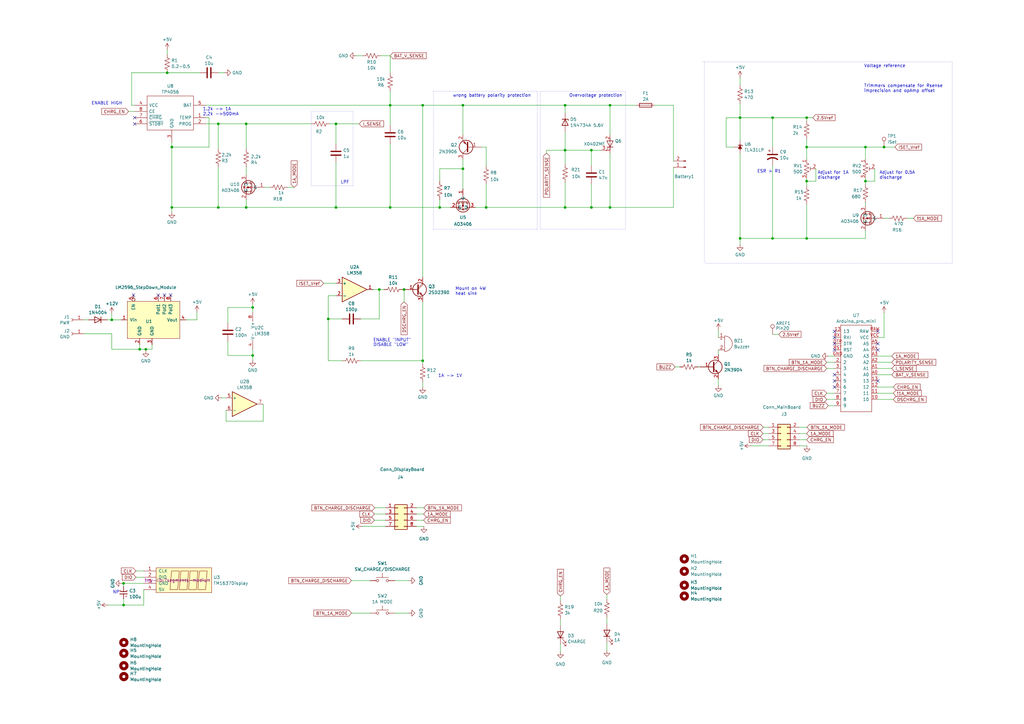
<source format=kicad_sch>
(kicad_sch (version 20230121) (generator eeschema)
  (paper "A3")
  (junction (at 89.535 85.09))
  (junction (at 199.39 85.09))
  (junction (at 250.19 85.09))
  (junction (at 242.57 61.595))
  (junction (at 45.847 131.191))
  (junction (at 316.865 48.26))
  (junction (at 231.775 85.09))
  (junction (at 100.965 85.09))
  (junction (at 50.673 239.268))
  (junction (at 362.585 60.325))
  (junction (at 137.795 85.09))
  (junction (at 303.53 97.79))
  (junction (at 231.775 43.18))
  (junction (at 354.965 74.295))
  (junction (at 242.57 85.09))
  (junction (at 89.535 50.8))
  (junction (at 137.795 50.8))
  (junction (at 173.355 43.18))
  (junction (at 68.58 29.845))
  (junction (at 103.632 145.796))
  (junction (at 250.19 43.18))
  (junction (at 189.865 69.215))
  (junction (at 165.735 118.745))
  (junction (at 57.277 143.256))
  (junction (at 160.02 43.18))
  (junction (at 160.02 85.09))
  (junction (at 134.62 130.81))
  (junction (at 100.965 50.8))
  (junction (at 354.965 60.325))
  (junction (at 59.817 143.256))
  (junction (at 70.485 60.325))
  (junction (at 316.865 97.79))
  (junction (at 173.355 147.955))
  (junction (at 330.835 48.26))
  (junction (at 180.34 85.09))
  (junction (at 303.53 48.26))
  (junction (at 70.485 85.09))
  (junction (at 103.632 126.111))
  (junction (at 231.775 61.595))
  (junction (at 50.673 248.158))
  (junction (at 330.835 97.79))
  (junction (at 330.835 60.325))
  (junction (at 330.835 74.295))
  (junction (at 189.865 43.18))
  (junction (at 155.575 118.745))
  (no_connect (at 342.265 153.67))
  (no_connect (at 55.245 50.8))
  (no_connect (at 360.045 143.51))
  (no_connect (at 55.245 48.26))
  (no_connect (at 54.737 121.031))
  (no_connect (at 360.045 156.21))
  (no_connect (at 342.265 138.43))
  (no_connect (at 342.265 158.75))
  (no_connect (at 64.897 121.031))
  (no_connect (at 360.045 140.97))
  (no_connect (at 342.265 143.51))
  (no_connect (at 69.977 121.031))
  (no_connect (at 342.265 156.21))
  (no_connect (at 342.265 140.97))
  (no_connect (at 67.437 121.031))
  (no_connect (at 360.045 135.89))
  (no_connect (at 342.265 135.89))
  (wire (pts (xy 358.775 74.295) (xy 354.965 74.295)))
  (polyline (pts (xy 220.345 93.98) (xy 220.345 37.465)) (stroke (width 0) (type dot)))
  (wire (pts (xy 297.815 60.325) (xy 297.815 48.26)))
  (polyline (pts (xy 177.8 37.465) (xy 177.8 93.98)) (stroke (width 0) (type dot)))
  (wire (pts (xy 242.57 61.595) (xy 242.57 67.945)))
  (wire (pts (xy 80.772 128.016) (xy 80.772 131.191)))
  (wire (pts (xy 199.39 60.325) (xy 197.485 60.325)))
  (wire (pts (xy 45.847 131.191) (xy 43.942 131.191)))
  (wire (pts (xy 45.847 143.256) (xy 57.277 143.256)))
  (wire (pts (xy 189.865 43.18) (xy 231.775 43.18)))
  (wire (pts (xy 45.847 131.191) (xy 49.657 131.191)))
  (wire (pts (xy 155.575 118.745) (xy 155.575 130.81)))
  (wire (pts (xy 103.632 126.111) (xy 93.472 126.111)))
  (wire (pts (xy 365.76 146.05) (xy 360.045 146.05)))
  (wire (pts (xy 362.585 60.325) (xy 367.03 60.325)))
  (wire (pts (xy 93.472 140.081) (xy 93.472 145.796)))
  (wire (pts (xy 276.225 43.18) (xy 276.225 66.04)))
  (wire (pts (xy 313.055 175.26) (xy 315.214 175.26)))
  (wire (pts (xy 100.965 68.58) (xy 100.965 71.755)))
  (wire (pts (xy 231.775 43.18) (xy 250.19 43.18)))
  (wire (pts (xy 50.673 245.618) (xy 50.673 248.158)))
  (wire (pts (xy 70.485 58.42) (xy 70.485 60.325)))
  (wire (pts (xy 57.277 143.256) (xy 59.817 143.256)))
  (wire (pts (xy 165.735 123.825) (xy 165.735 118.745)))
  (wire (pts (xy 316.865 67.945) (xy 316.865 97.79)))
  (wire (pts (xy 165.1 118.745) (xy 165.735 118.745)))
  (wire (pts (xy 90.805 163.195) (xy 92.71 163.195)))
  (wire (pts (xy 330.835 97.79) (xy 354.965 97.79)))
  (wire (pts (xy 180.34 85.09) (xy 184.785 85.09)))
  (wire (pts (xy 50.673 239.268) (xy 58.928 239.268)))
  (wire (pts (xy 44.323 248.158) (xy 50.673 248.158)))
  (wire (pts (xy 300.99 60.325) (xy 297.815 60.325)))
  (wire (pts (xy 89.535 68.58) (xy 89.535 85.09)))
  (wire (pts (xy 144.145 251.46) (xy 151.765 251.46)))
  (wire (pts (xy 93.472 126.111) (xy 93.472 132.461)))
  (wire (pts (xy 180.34 85.09) (xy 180.34 81.915)))
  (wire (pts (xy 68.58 29.845) (xy 81.915 29.845)))
  (wire (pts (xy 229.87 254) (xy 229.87 256.54)))
  (wire (pts (xy 100.965 85.09) (xy 137.795 85.09)))
  (wire (pts (xy 160.02 59.055) (xy 160.02 85.09)))
  (wire (pts (xy 248.92 243.84) (xy 248.92 245.745)))
  (wire (pts (xy 34.417 136.906) (xy 45.847 136.906)))
  (wire (pts (xy 137.795 50.8) (xy 147.32 50.8)))
  (polyline (pts (xy 177.8 93.98) (xy 220.345 93.98)) (stroke (width 0) (type dot)))
  (wire (pts (xy 156.21 22.86) (xy 160.02 22.86)))
  (wire (pts (xy 354.965 83.185) (xy 354.965 84.455)))
  (wire (pts (xy 242.57 85.09) (xy 250.19 85.09)))
  (wire (pts (xy 53.975 29.845) (xy 68.58 29.845)))
  (wire (pts (xy 100.965 50.8) (xy 127.635 50.8)))
  (wire (pts (xy 137.795 59.055) (xy 137.795 50.8)))
  (wire (pts (xy 89.535 50.8) (xy 100.965 50.8)))
  (wire (pts (xy 339.09 163.83) (xy 342.265 163.83)))
  (wire (pts (xy 173.355 123.825) (xy 173.355 147.955)))
  (polyline (pts (xy 288.925 25.4) (xy 288.925 107.95)) (stroke (width 0) (type dot)))
  (wire (pts (xy 360.045 153.67) (xy 365.76 153.67)))
  (wire (pts (xy 89.535 85.09) (xy 100.965 85.09)))
  (wire (pts (xy 55.753 236.728) (xy 58.928 236.728)))
  (wire (pts (xy 180.34 69.215) (xy 180.34 74.295)))
  (wire (pts (xy 358.775 69.215) (xy 358.775 74.295)))
  (wire (pts (xy 45.847 128.651) (xy 45.847 131.191)))
  (wire (pts (xy 316.865 97.79) (xy 330.835 97.79)))
  (wire (pts (xy 144.145 238.125) (xy 151.765 238.125)))
  (wire (pts (xy 199.39 60.325) (xy 199.39 67.945)))
  (wire (pts (xy 303.53 62.865) (xy 303.53 97.79)))
  (wire (pts (xy 231.775 43.18) (xy 231.775 46.355)))
  (wire (pts (xy 147.955 147.955) (xy 173.355 147.955)))
  (wire (pts (xy 36.322 131.191) (xy 34.417 131.191)))
  (wire (pts (xy 93.472 145.796) (xy 103.632 145.796)))
  (wire (pts (xy 55.753 234.188) (xy 58.928 234.188)))
  (wire (pts (xy 155.575 118.745) (xy 157.48 118.745)))
  (wire (pts (xy 53.975 43.18) (xy 55.245 43.18)))
  (wire (pts (xy 330.962 182.88) (xy 327.914 182.88)))
  (wire (pts (xy 294.64 135.255) (xy 294.64 138.43)))
  (wire (pts (xy 160.02 29.845) (xy 160.02 22.86)))
  (wire (pts (xy 268.605 43.18) (xy 276.225 43.18)))
  (wire (pts (xy 137.795 50.8) (xy 135.255 50.8)))
  (wire (pts (xy 339.09 151.13) (xy 342.265 151.13)))
  (wire (pts (xy 303.53 48.26) (xy 316.865 48.26)))
  (wire (pts (xy 173.863 215.9) (xy 170.815 215.9)))
  (wire (pts (xy 330.835 57.15) (xy 330.835 60.325)))
  (wire (pts (xy 362.585 128.27) (xy 362.585 138.43)))
  (wire (pts (xy 248.92 253.365) (xy 248.92 255.905)))
  (wire (pts (xy 137.795 85.09) (xy 160.02 85.09)))
  (wire (pts (xy 248.92 263.525) (xy 248.92 266.7)))
  (wire (pts (xy 250.19 85.09) (xy 276.225 85.09)))
  (wire (pts (xy 173.355 113.665) (xy 173.355 43.18)))
  (wire (pts (xy 330.835 73.025) (xy 330.835 74.295)))
  (wire (pts (xy 316.865 60.325) (xy 316.865 48.26)))
  (wire (pts (xy 100.965 81.915) (xy 100.965 85.09)))
  (wire (pts (xy 173.355 156.845) (xy 173.355 158.75)))
  (wire (pts (xy 354.965 60.325) (xy 362.585 60.325)))
  (wire (pts (xy 297.815 48.26) (xy 303.53 48.26)))
  (wire (pts (xy 307.975 182.88) (xy 315.214 182.88)))
  (wire (pts (xy 50.673 239.268) (xy 50.673 240.538)))
  (wire (pts (xy 354.965 94.615) (xy 354.965 97.79)))
  (wire (pts (xy 57.277 141.351) (xy 57.277 143.256)))
  (wire (pts (xy 85.725 48.26) (xy 85.725 60.325)))
  (wire (pts (xy 153.035 118.745) (xy 155.575 118.745)))
  (wire (pts (xy 173.355 43.18) (xy 189.865 43.18)))
  (wire (pts (xy 147.955 130.81) (xy 155.575 130.81)))
  (wire (pts (xy 170.815 213.36) (xy 173.736 213.36)))
  (wire (pts (xy 50.673 248.158) (xy 58.928 248.158)))
  (wire (pts (xy 339.725 166.37) (xy 342.265 166.37)))
  (wire (pts (xy 334.645 74.295) (xy 330.835 74.295)))
  (wire (pts (xy 45.847 136.906) (xy 45.847 143.256)))
  (wire (pts (xy 173.355 149.225) (xy 173.355 147.955)))
  (wire (pts (xy 134.62 147.955) (xy 134.62 130.81)))
  (wire (pts (xy 161.925 238.125) (xy 167.64 238.125)))
  (wire (pts (xy 354.965 60.325) (xy 354.965 65.405)))
  (wire (pts (xy 327.914 177.8) (xy 330.835 177.8)))
  (wire (pts (xy 189.865 43.18) (xy 189.865 55.245)))
  (wire (pts (xy 312.928 180.34) (xy 315.214 180.34)))
  (wire (pts (xy 250.19 62.865) (xy 250.19 85.09)))
  (wire (pts (xy 366.395 161.29) (xy 360.045 161.29)))
  (wire (pts (xy 354.965 73.025) (xy 354.965 74.295)))
  (polyline (pts (xy 288.29 25.4) (xy 390.525 25.4)) (stroke (width 0) (type dot)))
  (wire (pts (xy 294.64 143.51) (xy 294.64 145.415)))
  (wire (pts (xy 62.357 143.256) (xy 62.357 141.351)))
  (wire (pts (xy 194.945 85.09) (xy 199.39 85.09)))
  (wire (pts (xy 330.835 74.295) (xy 330.835 76.2)))
  (wire (pts (xy 360.045 151.13) (xy 365.76 151.13)))
  (wire (pts (xy 84.455 50.8) (xy 89.535 50.8)))
  (wire (pts (xy 374.65 89.535) (xy 372.11 89.535)))
  (wire (pts (xy 89.535 60.96) (xy 89.535 50.8)))
  (wire (pts (xy 229.87 244.475) (xy 229.87 246.38)))
  (wire (pts (xy 85.725 60.325) (xy 70.485 60.325)))
  (wire (pts (xy 330.835 48.26) (xy 330.835 49.53)))
  (wire (pts (xy 59.817 143.256) (xy 62.357 143.256)))
  (wire (pts (xy 103.632 124.841) (xy 103.632 126.111)))
  (wire (pts (xy 242.57 61.595) (xy 231.775 61.595)))
  (wire (pts (xy 100.965 60.96) (xy 100.965 50.8)))
  (wire (pts (xy 303.53 97.79) (xy 316.865 97.79)))
  (wire (pts (xy 199.39 85.09) (xy 231.775 85.09)))
  (wire (pts (xy 354.965 74.295) (xy 354.965 75.565)))
  (wire (pts (xy 92.71 168.275) (xy 92.71 172.72)))
  (wire (pts (xy 294.64 158.115) (xy 294.64 155.575)))
  (wire (pts (xy 242.57 75.565) (xy 242.57 85.09)))
  (wire (pts (xy 53.975 29.845) (xy 53.975 43.18)))
  (wire (pts (xy 84.455 48.26) (xy 85.725 48.26)))
  (wire (pts (xy 137.795 121.285) (xy 134.62 121.285)))
  (wire (pts (xy 224.155 61.595) (xy 231.775 61.595)))
  (wire (pts (xy 103.632 128.016) (xy 103.632 126.111)))
  (wire (pts (xy 70.485 60.325) (xy 70.485 85.09)))
  (wire (pts (xy 316.865 48.26) (xy 330.835 48.26)))
  (wire (pts (xy 153.543 210.82) (xy 158.115 210.82)))
  (wire (pts (xy 276.225 68.58) (xy 276.225 85.09)))
  (wire (pts (xy 303.53 31.75) (xy 303.53 34.925)))
  (wire (pts (xy 148.59 22.86) (xy 146.05 22.86)))
  (wire (pts (xy 160.02 37.465) (xy 160.02 43.18)))
  (wire (pts (xy 103.632 145.796) (xy 103.632 147.701)))
  (wire (pts (xy 160.02 85.09) (xy 180.34 85.09)))
  (wire (pts (xy 68.58 20.32) (xy 68.58 22.225)))
  (wire (pts (xy 334.645 69.215) (xy 334.645 74.295)))
  (wire (pts (xy 360.045 158.75) (xy 366.395 158.75)))
  (wire (pts (xy 286.385 150.495) (xy 287.02 150.495)))
  (wire (pts (xy 231.775 74.93) (xy 231.775 85.09)))
  (wire (pts (xy 170.815 210.82) (xy 173.736 210.82)))
  (wire (pts (xy 339.09 148.59) (xy 342.265 148.59)))
  (wire (pts (xy 107.95 165.735) (xy 107.95 172.72)))
  (wire (pts (xy 120.65 76.835) (xy 118.11 76.835)))
  (wire (pts (xy 330.962 175.26) (xy 327.914 175.26)))
  (wire (pts (xy 189.865 69.215) (xy 189.865 77.47)))
  (wire (pts (xy 180.34 69.215) (xy 189.865 69.215)))
  (wire (pts (xy 84.455 43.18) (xy 160.02 43.18)))
  (wire (pts (xy 224.155 62.865) (xy 224.155 61.595)))
  (wire (pts (xy 250.19 43.18) (xy 260.985 43.18)))
  (wire (pts (xy 316.865 137.16) (xy 319.405 137.16)))
  (wire (pts (xy 312.928 177.8) (xy 315.214 177.8)))
  (wire (pts (xy 160.02 43.18) (xy 173.355 43.18)))
  (wire (pts (xy 160.02 43.18) (xy 160.02 51.435)))
  (wire (pts (xy 360.045 138.43) (xy 362.585 138.43)))
  (wire (pts (xy 276.86 150.495) (xy 278.765 150.495)))
  (wire (pts (xy 153.67 208.28) (xy 158.115 208.28)))
  (wire (pts (xy 70.485 85.09) (xy 89.535 85.09)))
  (wire (pts (xy 189.865 69.215) (xy 189.865 65.405)))
  (wire (pts (xy 148.59 215.9) (xy 158.115 215.9)))
  (wire (pts (xy 199.39 75.565) (xy 199.39 85.09)))
  (wire (pts (xy 360.045 163.83) (xy 366.395 163.83)))
  (wire (pts (xy 161.925 251.46) (xy 167.64 251.46)))
  (wire (pts (xy 80.772 131.191) (xy 76.327 131.191)))
  (wire (pts (xy 362.585 89.535) (xy 364.49 89.535)))
  (wire (pts (xy 250.19 43.18) (xy 250.19 55.245)))
  (wire (pts (xy 330.835 48.26) (xy 333.375 48.26)))
  (wire (pts (xy 231.775 53.975) (xy 231.775 61.595)))
  (wire (pts (xy 107.95 172.72) (xy 92.71 172.72)))
  (polyline (pts (xy 390.525 107.95) (xy 288.925 107.95)) (stroke (width 0) (type dot)))
  (wire (pts (xy 140.335 147.955) (xy 134.62 147.955)))
  (wire (pts (xy 330.835 60.325) (xy 330.835 65.405)))
  (wire (pts (xy 89.535 29.845) (xy 92.075 29.845)))
  (polyline (pts (xy 177.8 37.465) (xy 220.345 37.465)) (stroke (width 0) (type dot)))
  (wire (pts (xy 330.835 83.82) (xy 330.835 97.79)))
  (wire (pts (xy 303.53 97.79) (xy 303.53 100.33)))
  (wire (pts (xy 52.705 45.72) (xy 55.245 45.72)))
  (wire (pts (xy 103.632 145.796) (xy 103.632 143.256)))
  (wire (pts (xy 303.53 48.26) (xy 303.53 57.785)))
  (wire (pts (xy 327.914 180.34) (xy 330.835 180.34)))
  (wire (pts (xy 132.715 116.205) (xy 137.795 116.205)))
  (wire (pts (xy 134.62 121.285) (xy 134.62 130.81)))
  (wire (pts (xy 70.485 85.09) (xy 70.485 86.995)))
  (wire (pts (xy 339.09 161.29) (xy 342.265 161.29)))
  (wire (pts (xy 59.817 143.256) (xy 59.817 143.891)))
  (wire (pts (xy 229.87 264.16) (xy 229.87 267.335)))
  (wire (pts (xy 303.53 42.545) (xy 303.53 48.26)))
  (wire (pts (xy 134.62 130.81) (xy 140.335 130.81)))
  (wire (pts (xy 231.775 61.595) (xy 231.775 67.31)))
  (wire (pts (xy 339.725 146.05) (xy 342.265 146.05)))
  (wire (pts (xy 108.585 76.835) (xy 110.49 76.835)))
  (wire (pts (xy 231.775 85.09) (xy 242.57 85.09)))
  (wire (pts (xy 58.928 248.158) (xy 58.928 241.808)))
  (wire (pts (xy 246.38 61.595) (xy 242.57 61.595)))
  (wire (pts (xy 360.045 148.59) (xy 365.76 148.59)))
  (wire (pts (xy 50.038 239.268) (xy 50.673 239.268)))
  (wire (pts (xy 330.835 60.325) (xy 354.965 60.325)))
  (wire (pts (xy 173.863 208.28) (xy 170.815 208.28)))
  (wire (pts (xy 137.795 66.675) (xy 137.795 85.09)))
  (wire (pts (xy 153.543 213.36) (xy 158.115 213.36)))
  (polyline (pts (xy 390.525 25.4) (xy 390.525 107.95)) (stroke (width 0) (type dot)))
  (rectangle (start 221.615 37.465) (end 256.54 93.98) (stroke (width 0) (type dot)))
  (rectangle (start 127.635 45.72) (end 144.78 76.2) (stroke (width 0) (type dot)))
  (text "ESR > R1\n" (at 310.515 71.12 0) (effects (font (size 1.27 1.27)) (justify left bottom)))
  (text "Voltage reference\n\n\n\nTrimmers compensate for Rsense\nimprecision and opAmp offset\n" (at 354.33 38.1 0) (effects (font (size 1.27 1.27)) (justify left bottom)))
  (text "Overvoltage protection" (at 255.27 40.005 0) (effects (font (size 1.27 1.27)) (justify right bottom)))
  (text "Adjust for 0.5A\ndischarge\n" (at 360.68 73.66 0) (effects (font (size 1.27 1.27)) (justify left bottom)))
  (text "Mount on 4W\nheat sink\n" (at 186.69 121.285 0) (effects (font (size 1.27 1.27)) (justify left bottom)))
  (text "LPF" (at 139.7 75.565 0) (effects (font (size 1.27 1.27)) (justify left bottom)))
  (text "ENABLE \"INPUT\"\n" (at 153.035 140.335 0) (effects (font (size 1.27 1.27)) (justify left bottom)))
  (text "DISABLE \"LOW\"\n" (at 153.035 142.24 0) (effects (font (size 1.27 1.27)) (justify left bottom)))
  (text "Adjust for 1A\ndischarge\n" (at 335.28 73.66 0) (effects (font (size 1.27 1.27)) (justify left bottom)))
  (text "ENABLE HIGH\n" (at 37.465 43.18 0) (effects (font (size 1.27 1.27)) (justify left bottom)))
  (text "NP" (at 46.228 243.713 0) (effects (font (size 1.27 1.27)) (justify left bottom)))
  (text "1A -> 1V" (at 179.705 154.94 0) (effects (font (size 1.27 1.27)) (justify left bottom)))
  (text "1.2k -> 1A\n2.2k ->500mA" (at 83.185 47.625 0) (effects (font (size 1.27 1.27)) (justify left bottom)))
  (text "wrong battery polarity protection" (at 217.805 40.005 0) (effects (font (size 1.27 1.27)) (justify right bottom)))
  (global_label "CHRG_EN" (shape input) (at 229.87 244.475 90) (property "Intersheetrefs" "${INTERSHEET_REFS}" (effects hide)))
  (global_label "BUZZ" (shape input) (at 276.86 150.495 180) (property "Intersheetrefs" "${INTERSHEET_REFS}" (effects hide)))
  (global_label "I_SENSE" (shape input) (at 365.76 151.13 0) (property "Intersheetrefs" "${INTERSHEET_REFS}" (effects hide)))
  (global_label "BTN_CHARGE_DISCHARGE" (shape input) (at 339.09 151.13 180) (property "Intersheetrefs" "${INTERSHEET_REFS}" (effects hide)))
  (global_label "BTN_1A_MODE" (shape input) (at 173.863 208.28 0) (property "Intersheetrefs" "${INTERSHEET_REFS}" (effects hide)))
  (global_label "BAT_V_SENSE" (shape input) (at 160.02 22.86 0) (property "Intersheetrefs" "${INTERSHEET_REFS}" (effects hide)))
  (global_label "BUZZ" (shape input) (at 339.725 166.37 180) (property "Intersheetrefs" "${INTERSHEET_REFS}" (effects hide)))
  (global_label "BTN_1A_MODE" (shape input) (at 339.09 148.59 180) (property "Intersheetrefs" "${INTERSHEET_REFS}" (effects hide)))
  (global_label "CHRG_EN" (shape input) (at 173.736 213.36 0) (property "Intersheetrefs" "${INTERSHEET_REFS}" (effects hide)))
  (global_label "DSCHRG_EN" (shape input) (at 366.395 163.83 0) (property "Intersheetrefs" "${INTERSHEET_REFS}" (effects hide)))
  (global_label "2.5Vref" (shape input) (at 333.375 48.26 0) (property "Intersheetrefs" "${INTERSHEET_REFS}" (effects hide)))
  (global_label "BTN_CHARGE_DISCHARGE" (shape input) (at 313.055 175.26 180) (property "Intersheetrefs" "${INTERSHEET_REFS}" (effects hide)))
  (global_label "DSCHRG_EN" (shape input) (at 165.735 123.825 270) (property "Intersheetrefs" "${INTERSHEET_REFS}" (effects hide)))
  (global_label "CLK" (shape input) (at 153.543 210.82 180) (property "Intersheetrefs" "${INTERSHEET_REFS}" (effects hide)))
  (global_label "!1A_MODE" (shape input) (at 366.395 161.29 0) (property "Intersheetrefs" "${INTERSHEET_REFS}" (effects hide)))
  (global_label "DIO" (shape input) (at 339.09 163.83 180) (property "Intersheetrefs" "${INTERSHEET_REFS}" (effects hide)))
  (global_label "ISET_Vref" (shape input) (at 132.715 116.205 180) (property "Intersheetrefs" "${INTERSHEET_REFS}" (effects hide)))
  (global_label "CLK" (shape input) (at 55.753 234.188 180) (property "Intersheetrefs" "${INTERSHEET_REFS}" (effects hide)))
  (global_label "CHRG_EN" (shape input) (at 330.835 180.34 0) (property "Intersheetrefs" "${INTERSHEET_REFS}" (effects hide)))
  (global_label "CHRG_EN" (shape input) (at 52.705 45.72 180) (property "Intersheetrefs" "${INTERSHEET_REFS}" (effects hide)))
  (global_label "DIO" (shape input) (at 312.928 180.34 180) (property "Intersheetrefs" "${INTERSHEET_REFS}" (effects hide)))
  (global_label "1A_MODE" (shape input) (at 120.65 76.835 90) (property "Intersheetrefs" "${INTERSHEET_REFS}" (effects hide)))
  (global_label "!1A_MODE" (shape input) (at 374.65 89.535 0) (property "Intersheetrefs" "${INTERSHEET_REFS}" (effects hide)))
  (global_label "2.5Vref" (shape input) (at 319.405 137.16 0) (property "Intersheetrefs" "${INTERSHEET_REFS}" (effects hide)))
  (global_label "DIO" (shape input) (at 55.753 236.728 180) (property "Intersheetrefs" "${INTERSHEET_REFS}" (effects hide)))
  (global_label "POLARITY_SENSE" (shape input) (at 365.76 148.59 0) (property "Intersheetrefs" "${INTERSHEET_REFS}" (effects hide)))
  (global_label "BTN_1A_MODE" (shape input) (at 330.962 175.26 0) (property "Intersheetrefs" "${INTERSHEET_REFS}" (effects hide)))
  (global_label "DIO" (shape input) (at 153.543 213.36 180) (property "Intersheetrefs" "${INTERSHEET_REFS}" (effects hide)))
  (global_label "ISET_Vref" (shape input) (at 367.03 60.325 0) (property "Intersheetrefs" "${INTERSHEET_REFS}" (effects hide)))
  (global_label "BAT_V_SENSE" (shape input) (at 365.76 153.67 0) (property "Intersheetrefs" "${INTERSHEET_REFS}" (effects hide)))
  (global_label "1A_MODE" (shape input) (at 173.736 210.82 0) (property "Intersheetrefs" "${INTERSHEET_REFS}" (effects hide)))
  (global_label "CLK" (shape input) (at 339.09 161.29 180) (property "Intersheetrefs" "${INTERSHEET_REFS}" (effects hide)))
  (global_label "POLARITY_SENSE" (shape input) (at 224.155 62.865 270) (property "Intersheetrefs" "${INTERSHEET_REFS}" (effects hide)))
  (global_label "CLK" (shape input) (at 312.928 177.8 180) (property "Intersheetrefs" "${INTERSHEET_REFS}" (effects hide)))
  (global_label "I_SENSE" (shape input) (at 147.32 50.8 0) (property "Intersheetrefs" "${INTERSHEET_REFS}" (effects hide)))
  (global_label "CHRG_EN" (shape input) (at 366.395 158.75 0) (property "Intersheetrefs" "${INTERSHEET_REFS}" (effects hide)))
  (global_label "BTN_CHARGE_DISCHARGE" (shape input) (at 153.67 208.28 180) (property "Intersheetrefs" "${INTERSHEET_REFS}" (effects hide)))
  (global_label "BTN_1A_MODE" (shape input) (at 144.145 251.46 180) (property "Intersheetrefs" "${INTERSHEET_REFS}" (effects hide)))
  (global_label "BTN_CHARGE_DISCHARGE" (shape input) (at 144.145 238.125 180) (property "Intersheetrefs" "${INTERSHEET_REFS}" (effects hide)))
  (global_label "1A_MODE" (shape input) (at 330.835 177.8 0) (property "Intersheetrefs" "${INTERSHEET_REFS}" (effects hide)))
  (global_label "1A_MODE" (shape input) (at 248.92 243.84 90) (property "Intersheetrefs" "${INTERSHEET_REFS}" (effects hide)))
  (global_label "1A_MODE" (shape input) (at 365.76 146.05 0) (property "Intersheetrefs" "${INTERSHEET_REFS}" (effects hide)))
  (symbol (lib_id "Mechanical:MountingHole") (at 280.67 234.315 0) (unit 1)
    (property "Reference" "H2" (at 283.21 233.1029 0) (effects (justify left)))
    (property "Value" "MountingHole" (at 283.21 235.5271 0) (effects (justify left)))
    (property "Footprint" "MountingHole:MountingHole_3.2mm_M3" (effects hide))
  )
  (symbol (lib_id "power:+5V") (at 148.59 215.9 90) (unit 1)
    (property "Reference" "#PWR023" (effects hide))
    (property "Value" "+5V" (at 144.78 215.9 0))
  )
  (symbol (lib_id "Device:R_US") (at 180.34 78.105 180) (unit 1)
    (property "Reference" "R7" (at 181.991 77.1965 0) (effects (justify right)))
    (property "Value" "10k" (at 181.991 79.9716 0) (effects (justify right)))
    (property "Footprint" "Resistor_SMD:R_0805_2012Metric" (effects hide))
  )
  (symbol (lib_id "Diode:1N4004") (at 40.132 131.191 0) (mirror y) (unit 1)
    (property "Reference" "D1" (at 40.132 125.7767 0))
    (property "Value" "1N4004" (at 40.132 128.2009 0))
    (property "Footprint" "Diode_THT:D_DO-41_SOD81_P10.16mm_Horizontal" (effects hide))
    (property "Datasheet" "http://www.vishay.com/docs/88503/1n4001.pdf" (effects hide))
    (property "Sim.Device" "D" (effects hide))
    (property "Sim.Pins" "1=K 2=A" (effects hide))
  )
  (symbol (lib_id "Device:R_US") (at 354.965 79.375 0) (unit 1)
    (property "Reference" "R17" (at 349.885 78.105 0) (effects (justify left)))
    (property "Value" "680" (at 349.25 80.645 0) (effects (justify left)))
    (property "Footprint" "Resistor_SMD:R_0805_2012Metric" (effects hide))
  )
  (symbol (lib_id "power:GND") (at 248.92 266.7 0) (unit 1)
    (property "Reference" "#PWR013" (effects hide))
    (property "Value" "GND" (at 248.92 271.78 0))
  )
  (symbol (lib_id "Device:R_US") (at 248.92 249.555 0) (unit 1)
    (property "Reference" "R20" (at 247.269 250.4635 0) (effects (justify right)))
    (property "Value" "10k" (at 247.269 247.6884 0) (effects (justify right)))
    (property "Footprint" "Resistor_SMD:R_0805_2012Metric" (effects hide))
  )
  (symbol (lib_id "Switch:SW_Push") (at 156.845 238.125 0) (unit 1)
    (property "Reference" "SW1" (at 156.845 231.0597 0))
    (property "Value" "SW_CHARGE/DISCHARGE" (at 156.845 233.4839 0))
    (property "Footprint" "Button_Switch_THT:SW_PUSH_6mm" (effects hide))
  )
  (symbol (lib_id "Device:R_Potentiometer_Trim_US") (at 330.835 69.215 0) (unit 1)
    (property "Reference" "RV1" (at 329.1841 68.0029 0) (effects (justify right)))
    (property "Value" "500" (at 329.1841 70.4271 0) (effects (justify right)))
    (property "Footprint" "Potentiometer_THT:Potentiometer_Runtron_RM-065_Vertical" (effects hide))
  )
  (symbol (lib_id "power:GND") (at 90.805 163.195 270) (unit 1)
    (property "Reference" "#PWR011" (effects hide))
    (property "Value" "GND" (at 87.6301 163.195 90) (effects (justify right)))
  )
  (symbol (lib_id "power:GND") (at 167.64 251.46 90) (unit 1)
    (property "Reference" "#PWR022" (effects hide))
    (property "Value" "GND" (at 172.72 251.46 0))
  )
  (symbol (lib_id "power:GND") (at 339.725 146.05 270) (unit 1)
    (property "Reference" "#PWR020" (effects hide))
    (property "Value" "GND" (at 336.5501 146.05 90) (effects (justify right)))
  )
  (symbol (lib_id "Device:R_US") (at 282.575 150.495 90) (unit 1)
    (property "Reference" "R5" (at 282.575 145.4617 90))
    (property "Value" "1k" (at 282.575 147.8859 90))
    (property "Footprint" "Resistor_SMD:R_0805_2012Metric" (effects hide))
  )
  (symbol (lib_id "Connector_Generic:Conn_02x04_Odd_Even") (at 163.195 210.82 0) (unit 1)
    (property "Reference" "J4" (at 164.211 195.707 0))
    (property "Value" "Conn_DisplayBoard" (at 164.973 192.532 0))
    (property "Footprint" "Connector_IDC:IDC-Header_2x04_P2.54mm_Vertical_SMD" (effects hide))
  )
  (symbol (lib_id "Connector:TestPoint") (at 316.865 137.16 0) (unit 1)
    (property "Reference" "AREF1" (at 318.262 132.6459 0) (effects (justify left)))
    (property "Value" "Pin20" (at 318.135 134.62 0) (effects (justify left)))
    (property "Footprint" "Connector_Wire:SolderWire-0.5sqmm_1x01_D0.9mm_OD2.1mm" (effects hide))
  )
  (symbol (lib_id "Device:R_US") (at 229.87 250.19 0) (unit 1)
    (property "Reference" "R19" (at 231.521 248.9779 0) (effects (justify left)))
    (property "Value" "3k" (at 231.521 251.4021 0) (effects (justify left)))
    (property "Footprint" "Resistor_SMD:R_0805_2012Metric" (effects hide))
  )
  (symbol (lib_id "Device:C_Polarized_Small_US") (at 50.673 243.078 180) (unit 1) (in_bom no) (on_board no)
    (property "Reference" "C3" (at 52.9844 242.2977 0) (effects (justify right)))
    (property "Value" "100u" (at 52.9844 244.7219 0) (effects (justify right)))
    (property "Footprint" "Capacitor_THT:CP_Radial_D8.0mm_P2.50mm" (effects hide))
  )
  (symbol (lib_id "Device:R_US") (at 161.29 118.745 90) (unit 1)
    (property "Reference" "R11" (at 161.29 113.7117 90))
    (property "Value" "10k" (at 161.29 116.1359 90))
    (property "Footprint" "Resistor_SMD:R_0805_2012Metric" (effects hide))
  )
  (symbol (lib_id "power:+5V") (at 103.632 124.841 0) (unit 1)
    (property "Reference" "#PWR08" (effects hide))
    (property "Value" "+5V" (at 103.632 120.7079 0))
  )
  (symbol (lib_id "power:GND") (at 173.355 158.75 0) (unit 1)
    (property "Reference" "#PWR017" (effects hide))
    (property "Value" "GND" (at 173.355 162.8831 0))
  )
  (symbol (lib_id "power:+5V") (at 294.64 135.255 0) (unit 1)
    (property "Reference" "#PWR014" (effects hide))
    (property "Value" "+5V" (at 294.64 131.445 0))
  )
  (symbol (lib_id "power:GND") (at 294.64 158.115 0) (unit 1)
    (property "Reference" "#PWR015" (effects hide))
    (property "Value" "GND" (at 294.64 162.2481 0))
  )
  (symbol (lib_id "Device:C") (at 85.725 29.845 90) (unit 1)
    (property "Reference" "C4" (at 85.725 23.5417 90))
    (property "Value" "10u" (at 85.725 25.9659 90))
    (property "Footprint" "Capacitor_SMD:C_1206_3216Metric" (effects hide))
  )
  (symbol (lib_id "Device:LED") (at 248.92 259.715 90) (unit 1)
    (property "Reference" "D4" (at 251.841 260.0904 90) (effects (justify right)))
    (property "Value" "1A" (at 251.841 262.5146 90) (effects (justify right)))
    (property "Footprint" "LED_THT:LED_D5.0mm" (effects hide))
  )
  (symbol (lib_id "Triac_Thyristor:X0202NN") (at 250.19 59.055 0) (unit 1)
    (property "Reference" "Q6" (at 252.1966 57.8429 0) (effects (justify left)))
    (property "Value" "X0402MF" (at 239.395 59.055 0) (effects (justify left)))
    (property "Footprint" "Package_TO_SOT_THT:TO-220-3_Vertical" (effects hide))
    (property "Datasheet" "https://www.st.com/resource/en/datasheet/x02.pdf" (effects hide))
  )
  (symbol (lib_id "Mechanical:MountingHole") (at 280.67 229.235 0) (unit 1)
    (property "Reference" "H1" (at 283.21 228.0229 0) (effects (justify left)))
    (property "Value" "MountingHole" (at 283.21 230.4471 0) (effects (justify left)))
    (property "Footprint" "MountingHole:MountingHole_3.2mm_M3" (effects hide))
  )
  (symbol (lib_id "Mechanical:MountingHole") (at 50.8 273.05 0) (unit 1)
    (property "Reference" "H6" (at 53.34 271.8379 0) (effects (justify left)))
    (property "Value" "MountingHole" (at 53.34 274.2621 0) (effects (justify left)))
    (property "Footprint" "MountingHole:MountingHole_2.2mm_M2" (effects hide))
  )
  (symbol (lib_id "power:GND") (at 229.87 267.335 0) (unit 1)
    (property "Reference" "#PWR012" (effects hide))
    (property "Value" "GND" (at 229.87 272.415 0))
  )
  (symbol (lib_id "Connector_Generic:Conn_02x04_Odd_Even") (at 320.294 177.8 0) (unit 1)
    (property "Reference" "J3" (at 321.564 169.8457 0))
    (property "Value" "Conn_MainBoard" (at 320.675 167.005 0))
    (property "Footprint" "Connector_IDC:IDC-Header_2x04_P2.54mm_Vertical" (effects hide))
  )
  (symbol (lib_id "Device:C") (at 144.145 130.81 90) (unit 1)
    (property "Reference" "C8" (at 144.145 124.5067 90))
    (property "Value" "100p" (at 144.145 126.9309 90))
    (property "Footprint" "Capacitor_SMD:C_1206_3216Metric" (effects hide))
  )
  (symbol (lib_id "power:+5V") (at 362.585 128.27 0) (unit 1)
    (property "Reference" "#PWR021" (effects hide))
    (property "Value" "+5V" (at 362.585 124.1369 0))
  )
  (symbol (lib_id "!my-kicad-library:AO3406") (at 100.965 76.835 0) (mirror y) (unit 1)
    (property "Reference" "U10" (at 98.298 75.6229 0) (effects (justify left)))
    (property "Value" "AO3406" (at 98.298 78.0471 0) (effects (justify left)))
    (property "Footprint" "Package_TO_SOT_SMD:SOT-23" (effects hide))
    (property "Datasheet" "http://www.aosmd.com/pdfs/datasheet/ao3406.pdf" (effects hide))
  )
  (symbol (lib_id "Device:R_US") (at 144.145 147.955 90) (unit 1)
    (property "Reference" "R9" (at 144.145 142.9217 90))
    (property "Value" "1k" (at 144.145 145.3459 90))
    (property "Footprint" "Resistor_SMD:R_0805_2012Metric" (effects hide))
  )
  (symbol (lib_id "!my-kicad-library:LM2596_StepDown_Module") (at 59.817 133.731 0) (unit 1)
    (property "Reference" "U1" (at 61.087 131.826 0))
    (property "Value" "LM2596_StepDown_Module" (at 59.817 117.856 0))
    (property "Footprint" "!my-lib:LM2596_StepDown_pot" (effects hide))
  )
  (symbol (lib_id "Mechanical:MountingHole") (at 50.8 277.495 0) (unit 1)
    (property "Reference" "H7" (at 53.34 276.2829 0) (effects (justify left)))
    (property "Value" "MountingHole" (at 53.34 278.7071 0) (effects (justify left)))
    (property "Footprint" "MountingHole:MountingHole_2.2mm_M2" (effects hide))
  )
  (symbol (lib_id "Mechanical:MountingHole") (at 280.67 240.03 0) (unit 1)
    (property "Reference" "H3" (at 283.21 238.8179 0) (effects (justify left)))
    (property "Value" "MountingHole" (at 283.21 241.2421 0) (effects (justify left)))
    (property "Footprint" "MountingHole:MountingHole_3.2mm_M3" (effects hide))
  )
  (symbol (lib_id "Device:R_US") (at 152.4 22.86 270) (unit 1)
    (property "Reference" "R10" (at 152.4 25.4467 90))
    (property "Value" "10k" (at 152.4 27.8709 90))
    (property "Footprint" "Resistor_SMD:R_0805_2012Metric" (effects hide))
  )
  (symbol (lib_id "Device:D_Zener") (at 231.775 50.165 270) (unit 1)
    (property "Reference" "D5" (at 233.807 48.9529 90) (effects (justify left)))
    (property "Value" "1N4734A 5.6V" (at 233.807 51.3771 90) (effects (justify left)))
    (property "Footprint" "Diode_THT:D_DO-35_SOD27_P5.08mm_Vertical_KathodeUp" (effects hide))
  )
  (symbol (lib_id "Device:R_US") (at 330.835 80.01 0) (unit 1)
    (property "Reference" "R15" (at 325.755 78.74 0) (effects (justify left)))
    (property "Value" "1k" (at 326.39 81.28 0) (effects (justify left)))
    (property "Footprint" "Resistor_SMD:R_0805_2012Metric" (effects hide))
  )
  (symbol (lib_id "power:GND") (at 167.64 238.125 90) (unit 1)
    (property "Reference" "#PWR016" (effects hide))
    (property "Value" "GND" (at 172.72 238.125 0))
  )
  (symbol (lib_id "Mechanical:MountingHole") (at 50.8 267.97 0) (unit 1)
    (property "Reference" "H5" (at 53.34 266.7579 0) (effects (justify left)))
    (property "Value" "MountingHole" (at 53.34 269.1821 0) (effects (justify left)))
    (property "Footprint" "MountingHole:MountingHole_2.2mm_M2" (effects hide))
  )
  (symbol (lib_id "power:GND") (at 103.632 147.701 0) (unit 1)
    (property "Reference" "#PWR09" (effects hide))
    (property "Value" "GND" (at 103.632 151.8341 0))
  )
  (symbol (lib_id "!my-kicad-library:2N3904") (at 292.1 150.495 0) (unit 1)
    (property "Reference" "Q1" (at 296.9514 149.2829 0) (effects (justify left)))
    (property "Value" "2N3904" (at 296.9514 151.7071 0) (effects (justify left)))
    (property "Footprint" "Package_TO_SOT_SMD:SOT-23" (effects hide))
    (property "Datasheet" "https://www.onsemi.com/pub/Collateral/2N3903-D.PDF" (effects hide))
  )
  (symbol (lib_id "power:+5V") (at 80.772 128.016 0) (unit 1)
    (property "Reference" "#PWR03" (effects hide))
    (property "Value" "+5V" (at 80.772 123.8829 0))
  )
  (symbol (lib_id "power:GND") (at 330.962 182.88 0) (unit 1)
    (property "Reference" "#PWR025" (effects hide))
    (property "Value" "GND" (at 330.962 187.96 0))
  )
  (symbol (lib_id "Amplifier_Operational:LM358") (at 100.33 165.735 0) (unit 2)
    (property "Reference" "U2" (at 100.33 156.5107 0))
    (property "Value" "LM358" (at 100.33 158.9349 0))
    (property "Footprint" "Package_SO:SO-8_3.9x4.9mm_P1.27mm" (effects hide))
    (property "Datasheet" "http://www.ti.com/lit/ds/symlink/lm2904-n.pdf" (effects hide))
  )
  (symbol (lib_id "Device:R_US") (at 114.3 76.835 90) (unit 1)
    (property "Reference" "R18" (at 115.8875 81.5975 90) (effects (justify left)))
    (property "Value" "1k" (at 116.5225 79.0575 90) (effects (justify left)))
    (property "Footprint" "Resistor_SMD:R_0805_2012Metric" (effects hide))
  )
  (symbol (lib_id "Mechanical:MountingHole") (at 280.67 244.475 0) (unit 1)
    (property "Reference" "H4" (at 283.21 243.2629 0) (effects (justify left)))
    (property "Value" "MountingHole" (at 283.21 245.6871 0) (effects (justify left)))
    (property "Footprint" "MountingHole:MountingHole_3.2mm_M3" (effects hide))
  )
  (symbol (lib_id "Device:R_US") (at 368.3 89.535 90) (unit 1)
    (property "Reference" "R16" (at 369.8875 94.2975 90) (effects (justify left)))
    (property "Value" "470" (at 370.5225 91.7575 90) (effects (justify left)))
    (property "Footprint" "Resistor_SMD:R_0805_2012Metric" (effects hide))
  )
  (symbol (lib_id "power:GND") (at 303.53 100.33 0) (unit 1)
    (property "Reference" "#PWR019" (effects hide))
    (property "Value" "GND" (at 303.53 104.4631 0))
  )
  (symbol (lib_id "Amplifier_Operational:LM358") (at 145.415 118.745 0) (unit 1)
    (property "Reference" "U2" (at 145.415 109.5207 0))
    (property "Value" "LM358" (at 145.415 111.9449 0))
    (property "Footprint" "Package_SO:SO-8_3.9x4.9mm_P1.27mm" (effects hide))
    (property "Datasheet" "http://www.ti.com/lit/ds/symlink/lm2904-n.pdf" (effects hide))
  )
  (symbol (lib_id "power:+5V") (at 307.975 182.88 90) (unit 1)
    (property "Reference" "#PWR026" (effects hide))
    (property "Value" "+5V" (at 304.165 182.88 0))
  )
  (symbol (lib_id "Amplifier_Operational:LM358") (at 106.172 135.636 0) (unit 3)
    (property "Reference" "U2" (at 104.267 134.4239 0) (effects (justify left)))
    (property "Value" "LM358" (at 104.267 136.8481 0) (effects (justify left)))
    (property "Footprint" "Package_SO:SO-8_3.9x4.9mm_P1.27mm" (effects hide))
    (property "Datasheet" "http://www.ti.com/lit/ds/symlink/lm2904-n.pdf" (effects hide))
  )
  (symbol (lib_id "Device:R_US") (at 303.53 38.735 0) (unit 1)
    (property "Reference" "R13" (at 305.181 37.5229 0) (effects (justify left)))
    (property "Value" "470" (at 305.181 39.9471 0) (effects (justify left)))
    (property "Footprint" "Resistor_SMD:R_0805_2012Metric" (effects hide))
  )
  (symbol (lib_id "Device:Fuse") (at 264.795 43.18 90) (unit 1)
    (property "Reference" "F1" (at 264.795 38.2737 90))
    (property "Value" "2A" (at 264.795 40.6979 90))
    (property "Footprint" "Resistor_THT:R_Axial_DIN0309_L9.0mm_D3.2mm_P2.54mm_Vertical" (effects hide))
  )
  (symbol (lib_id "Device:R_US") (at 199.39 71.755 180) (unit 1)
    (property "Reference" "R8" (at 201.041 70.8465 0) (effects (justify right)))
    (property "Value" "10k" (at 201.041 73.6216 0) (effects (justify right)))
    (property "Footprint" "Resistor_SMD:R_0805_2012Metric" (effects hide))
  )
  (symbol (lib_id "Switch:SW_Push") (at 156.845 251.46 0) (unit 1)
    (property "Reference" "SW2" (at 156.845 244.3947 0))
    (property "Value" "1A MODE" (at 156.845 246.8189 0))
    (property "Footprint" "Button_Switch_THT:SW_PUSH_6mm" (effects hide))
  )
  (symbol (lib_id "power:+5V") (at 68.58 20.32 0) (unit 1)
    (property "Reference" "#PWR05" (effects hide))
    (property "Value" "+5V" (at 68.58 16.1869 0))
  )
  (symbol (lib_id "Device:C") (at 242.57 71.755 0) (unit 1)
    (property "Reference" "C1" (at 245.491 70.5429 0) (effects (justify left)))
    (property "Value" "47n" (at 245.491 72.9671 0) (effects (justify left)))
    (property "Footprint" "Capacitor_SMD:C_1206_3216Metric" (effects hide))
  )
  (symbol (lib_id "Device:R_US") (at 173.355 153.035 180) (unit 1)
    (property "Reference" "R12" (at 175.006 151.8229 0) (effects (justify right)))
    (property "Value" "1" (at 175.006 154.2471 0) (effects (justify right)))
    (property "Footprint" "Resistor_THT:R_Axial_DIN0614_L14.3mm_D5.7mm_P25.40mm_Horizontal" (effects hide))
  )
  (symbol (lib_id "!my-kicad-library:AO3406") (at 354.965 89.535 0) (mirror y) (unit 1)
    (property "Reference" "U9" (at 352.298 88.3229 0) (effects (justify left)))
    (property "Value" "AO3406" (at 352.298 90.7471 0) (effects (justify left)))
    (property "Footprint" "Package_TO_SOT_SMD:SOT-23" (effects hide))
    (property "Datasheet" "http://www.aosmd.com/pdfs/datasheet/ao3406.pdf" (effects hide))
  )
  (symbol (lib_id "Connector:Conn_01x02_Pin") (at 281.305 68.58 180) (unit 1)
    (property "Reference" "Battery1" (at 280.67 72.39 0))
    (property "Value" "Charger" (effects hide))
    (property "Footprint" "Connector_Phoenix_MC_HighVoltage:PhoenixContact_MCV_1,5_2-G-5.08_1x02_P5.08mm_Vertical" (effects hide))
  )
  (symbol (lib_id "power:GND") (at 146.05 22.86 270) (unit 1)
    (property "Reference" "#PWR027" (effects hide))
    (property "Value" "GND" (at 142.875 22.86 90) (effects (justify right)))
  )
  (symbol (lib_id "Reference_Voltage:TL431LP") (at 303.53 60.325 90) (unit 1)
    (property "Reference" "U6" (at 305.308 59.1129 90) (effects (justify right)))
    (property "Value" "TL431LP" (at 305.308 61.5371 90) (effects (justify right)))
    (property "Footprint" "Package_TO_SOT_THT:TO-92_Wide" (effects hide))
    (property "Datasheet" "http://www.ti.com/lit/ds/symlink/tl431.pdf" (effects hide))
  )
  (symbol (lib_id "Device:C") (at 160.02 55.245 0) (unit 1)
    (property "Reference" "C6" (at 162.941 54.0329 0) (effects (justify left)))
    (property "Value" "10u" (at 162.941 56.4571 0) (effects (justify left)))
    (property "Footprint" "Capacitor_SMD:C_1206_3216Metric" (effects hide))
  )
  (symbol (lib_id "Device:LED") (at 229.87 260.35 90) (unit 1)
    (property "Reference" "D3" (at 232.791 260.7254 90) (effects (justify right)))
    (property "Value" "CHARGE" (at 232.791 263.1496 90) (effects (justify right)))
    (property "Footprint" "LED_THT:LED_D5.0mm" (effects hide))
  )
  (symbol (lib_id "Device:Q_PNP_BEC") (at 192.405 60.325 180) (unit 1)
    (property "Reference" "Q2" (at 187.5537 59.4165 0) (effects (justify left)))
    (property "Value" "2N3906" (at 187.5537 62.1916 0) (effects (justify left)))
    (property "Footprint" "Package_TO_SOT_SMD:SOT-23" (effects hide))
  )
  (symbol (lib_id "Connector:TestPoint") (at 362.585 60.325 0) (unit 1)
    (property "Reference" "TP1" (at 363.982 55.8109 0) (effects (justify left)))
    (property "Value" "ISet" (at 363.982 58.2351 0) (effects (justify left)))
    (property "Footprint" "Connector_Wire:SolderWire-0.5sqmm_1x01_D0.9mm_OD2.1mm" (effects hide))
  )
  (symbol (lib_id "power:GND") (at 173.863 215.9 0) (unit 1)
    (property "Reference" "#PWR024" (effects hide))
    (property "Value" "GND" (at 173.863 220.98 0))
  )
  (symbol (lib_id "power:+5V") (at 303.53 31.75 0) (unit 1)
    (property "Reference" "#PWR018" (effects hide))
    (property "Value" "+5V" (at 303.53 27.6169 0))
  )
  (symbol (lib_id "!my-kicad-library:Arduino_pro_mini") (at 351.155 151.13 0) (unit 1)
    (property "Reference" "U7" (at 351.155 129.3327 0))
    (property "Value" "Arduino_pro_mini" (at 351.155 131.7569 0))
    (property "Footprint" "!my-lib:ARDUINO_PRO_MINI_NO_PRG_HEADER" (effects hide))
  )
  (symbol (lib_id "Device:Q_NPN_Darlington_BCE") (at 170.815 118.745 0) (unit 1)
    (property "Reference" "Q3" (at 175.6664 117.5329 0) (effects (justify left)))
    (property "Value" "2SD2390" (at 175.6664 119.9571 0) (effects (justify left)))
    (property "Footprint" "Package_TO_SOT_THT:TO-3P-3_Vertical" (effects hide))
  )
  (symbol (lib_id "Device:R_US") (at 131.445 50.8 90) (unit 1)
    (property "Reference" "R2" (at 130.81 53.975 90))
    (property "Value" "10k" (at 131.445 48.1909 90))
    (property "Footprint" "Resistor_SMD:R_0805_2012Metric" (effects hide))
  )
  (symbol (lib_id "Connector:Conn_01x01_Socket") (at 29.337 131.191 0) (mirror y) (unit 1)
    (property "Reference" "J1" (at 28.6258 129.9789 0) (effects (justify left)))
    (property "Value" "PWR" (at 28.6258 132.4031 0) (effects (justify left)))
    (property "Footprint" "Connector_Wire:SolderWire-1.5sqmm_1x01_D1.7mm_OD3.9mm" (effects hide))
  )
  (symbol (lib_id "power:GND") (at 59.817 143.891 0) (unit 1)
    (property "Reference" "#PWR02" (effects hide))
    (property "Value" "GND" (at 59.817 148.0241 0))
  )
  (symbol (lib_id "Device:R_US") (at 330.835 53.34 0) (unit 1)
    (property "Reference" "R14" (at 325.12 52.07 0) (effects (justify left)))
    (property "Value" "2k" (at 325.12 54.61 0) (effects (justify left)))
    (property "Footprint" "Resistor_SMD:R_0805_2012Metric" (effects hide))
  )
  (symbol (lib_id "Device:R_Potentiometer_Trim_US") (at 354.965 69.215 0) (unit 1)
    (property "Reference" "RV2" (at 353.3141 68.0029 0) (effects (justify right)))
    (property "Value" "500" (at 353.3141 70.4271 0) (effects (justify right)))
    (property "Footprint" "Potentiometer_THT:Potentiometer_Runtron_RM-065_Vertical" (effects hide))
  )
  (symbol (lib_id "power:GND") (at 50.038 239.268 270) (unit 1)
    (property "Reference" "#PWR07" (effects hide))
    (property "Value" "GND" (at 46.228 239.268 0))
  )
  (symbol (lib_id "power:+5V") (at 44.323 248.158 90) (unit 1)
    (property "Reference" "#PWR04" (effects hide))
    (property "Value" "+5V" (at 40.513 248.158 0))
  )
  (symbol (lib_id "!my-kicad-library:AO3406") (at 189.865 85.09 270) (unit 1)
    (property "Reference" "U5" (at 189.865 89.1445 90))
    (property "Value" "AO3406" (at 189.865 91.9196 90))
    (property "Footprint" "Package_TO_SOT_SMD:SOT-23" (effects hide))
    (property "Datasheet" "http://www.aosmd.com/pdfs/datasheet/ao3406.pdf" (effects hide))
  )
  (symbol (lib_id "!my-kicad-library:TM1637Display") (at 72.898 237.998 0) (unit 1)
    (property "Reference" "U3" (at 87.503 236.7859 0) (effects (justify left)))
    (property "Value" "TM1637Display" (at 87.503 239.2101 0) (effects (justify left)))
    (property "Footprint" "!my-lib:7segments-medium" (at 72.898 237.998 0))
  )
  (symbol (lib_id "Device:R_US") (at 89.535 64.77 0) (unit 1)
    (property "Reference" "R3" (at 90.805 65.9242 0) (effects (justify left)))
    (property "Value" "2.2k" (at 90.805 63.5 0) (effects (justify left)))
    (property "Footprint" "Resistor_SMD:R_0805_2012Metric" (effects hide))
  )
  (symbol (lib_id "power:GND") (at 70.485 86.995 0) (unit 1)
    (property "Reference" "#PWR06" (effects hide))
    (property "Value" "GND" (at 70.485 91.1281 0))
  )
  (symbol (lib_id "Device:R_US") (at 68.58 26.035 0) (unit 1)
    (property "Reference" "R1" (at 70.231 24.8229 0) (effects (justify left)))
    (property "Value" "0.2-0.5" (at 70.231 27.2471 0) (effects (justify left)))
    (property "Footprint" "Resistor_THT:R_Axial_DIN0614_L14.3mm_D5.7mm_P15.24mm_Horizontal" (effects hide))
  )
  (symbol (lib_id "power:GND") (at 92.075 29.845 90) (unit 1)
    (property "Reference" "#PWR010" (effects hide))
    (property "Value" "GND" (at 95.25 29.845 90) (effects (justify right)))
  )
  (symbol (lib_id "!my-kicad-library:TP4056") (at 55.245 41.91 0) (unit 1)
    (property "Reference" "U8" (at 69.85 35.2765 0))
    (property "Value" "TP4056" (at 69.85 37.7007 0))
    (property "Footprint" "Package_SO:SO-8_3.9x4.9mm_P1.27mm" (effects hide))
    (property "Datasheet" "https://dlnmh9ip6v2uc.cloudfront.net/datasheets/Prototyping/TP4056.pdf" (effects hide))
    (property "Description" "1A Standalone Linear Li-lon Battery Charger, SOP-8" (effects hide))
    (property "Height" "1.75" (effects hide))
    (property "Manufacturer_Name" "NanJing Top Power" (effects hide))
    (property "Manufacturer_Part_Number" "TP4056" (effects hide))
  )
  (symbol (lib_id "Device:R_US") (at 160.02 33.655 180) (unit 1)
    (property "Reference" "R6" (at 156.21 34.8783 0))
    (property "Value" "10k" (at 156.21 32.4541 0))
    (property "Footprint" "Resistor_SMD:R_0805_2012Metric" (effects hide))
  )
  (symbol (lib_id "Device:R_US") (at 231.775 71.12 0) (unit 1)
    (property "Reference" "R21" (at 238.125 69.6149 0) (effects (justify right)))
    (property "Value" "10k" (at 238.125 72.39 0) (effects (justify right)))
    (property "Footprint" "Resistor_SMD:R_0805_2012Metric" (effects hide))
  )
  (symbol (lib_id "Connector:Conn_01x01_Socket") (at 29.337 136.906 0) (mirror y) (unit 1)
    (property "Reference" "J2" (at 28.6258 135.6939 0) (effects (justify left)))
    (property "Value" "GND" (at 28.6258 138.1181 0) (effects (justify left)))
    (property "Footprint" "Connector_Wire:SolderWire-1.5sqmm_1x01_D1.7mm_OD3.9mm" (effects hide))
  )
  (symbol (lib_id "power:+12V") (at 45.847 128.651 0) (unit 1)
    (property "Reference" "#PWR01" (effects hide))
    (property "Value" "+12V" (at 45.847 124.5179 0))
  )
  (symbol (lib_id "Mechanical:MountingHole") (at 50.8 263.525 0) (unit 1)
    (property "Reference" "H8" (at 53.34 262.3129 0) (effects (justify left)))
    (property "Value" "MountingHole" (at 53.34 264.7371 0) (effects (justify left)))
    (property "Footprint" "MountingHole:MountingHole_2.2mm_M2" (effects hide))
  )
  (symbol (lib_id "Device:Buzzer") (at 297.18 140.97 0) (unit 1)
    (property "Reference" "BZ1" (at 300.9762 139.7579 0) (effects (justify left)))
    (property "Value" "Buzzer" (at 300.9762 142.1821 0) (effects (justify left)))
    (property "Footprint" "Buzzer_Beeper:Buzzer_12x9.5RM7.6" (effects hide))
  )
  (symbol (lib_id "Device:C") (at 137.795 62.865 0) (unit 1)
    (property "Reference" "C5" (at 140.716 61.6529 0) (effects (justify left)))
    (property "Value" "1u" (at 140.716 64.0771 0) (effects (justify left)))
    (property "Footprint" "Capacitor_SMD:C_1206_3216Metric" (effects hide))
  )
  (symbol (lib_id "Device:R_US") (at 100.965 64.77 0) (unit 1)
    (property "Reference" "R4" (at 102.87 66.675 0) (effects (justify left)))
    (property "Value" "2.2k" (at 102.87 64.2508 0) (effects (justify left)))
    (property "Footprint" "Resistor_SMD:R_0805_2012Metric" (effects hide))
  )
  (symbol (lib_id "Device:C_Polarized_US") (at 316.865 64.135 0) (unit 1)
    (property "Reference" "C9" (at 319.786 62.2879 0) (effects (justify left)))
    (property "Value" "10u" (at 319.786 64.7121 0) (effects (justify left)))
    (property "Footprint" "Capacitor_THT:CP_Radial_D5.0mm_P2.50mm" (effects hide))
  )
  (symbol (lib_id "Device:C") (at 93.472 136.271 0) (unit 1)
    (property "Reference" "C2" (at 96.393 135.0589 0) (effects (justify left)))
    (property "Value" "100n" (at 96.393 137.4831 0) (effects (justify left)))
    (property "Footprint" "Capacitor_SMD:C_1206_3216Metric" (effects hide))
  )
)
</source>
